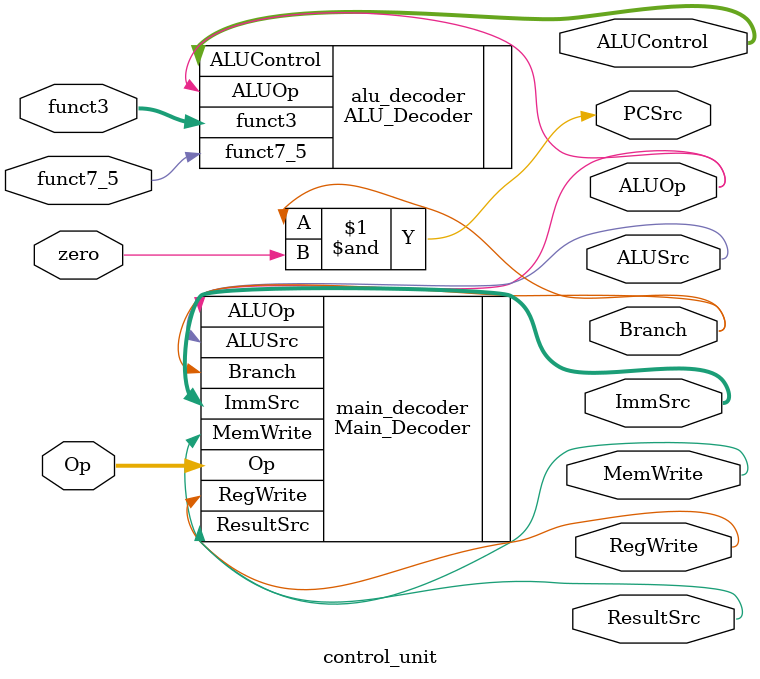
<source format=v>
`timescale 1ns / 1ps


module control_unit(

    input [6:0] Op,
    input [2:0] funct3,
    input  funct7_5,
    input zero,
    output RegWrite,
    output [1:0] ImmSrc,
    output ALUSrc,
    output MemWrite,
    output ResultSrc,
    output Branch,
    output ALUOp,
    output [2:0] ALUControl,
    output PCSrc
);

    
    Main_Decoder main_decoder(
        .Op(Op),
        .RegWrite(RegWrite),
        .ImmSrc(ImmSrc),
        .ALUSrc(ALUSrc),
        .MemWrite(MemWrite),
        .ResultSrc(ResultSrc),
        .Branch(Branch),
        .ALUOp(ALUOp)
    );

    ALU_Decoder alu_decoder(
        .ALUOp(ALUOp),
        .funct3(funct3),
        .funct7_5(funct7_5),
        .ALUControl(ALUControl)
    );

    assign PCSrc = Branch & zero;

endmodule

</source>
